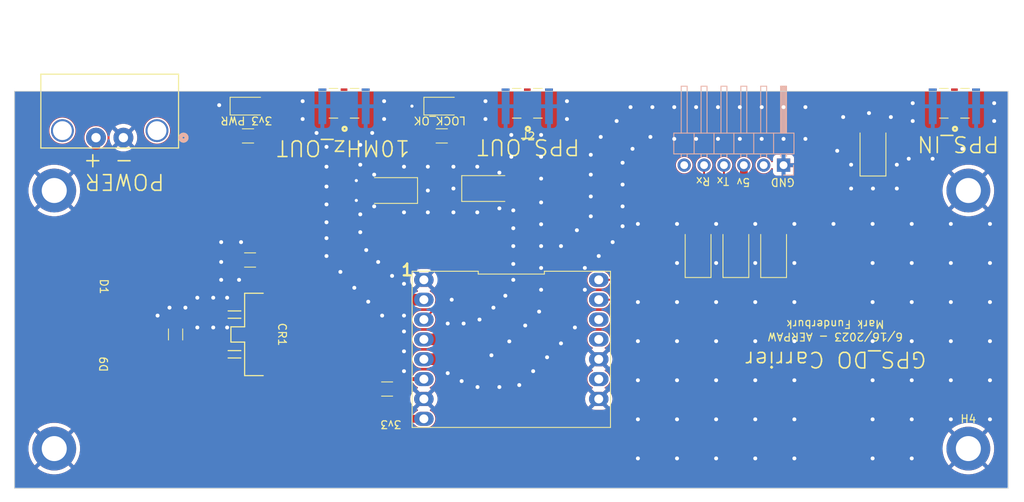
<source format=kicad_pcb>
(kicad_pcb (version 20221018) (generator pcbnew)
  (layers (0 "F.Cu" signal) (31 "B.Cu" signal) (34 "B.Paste" user) (35 "F.Paste" user) (36 "B.SilkS" user "B.Silkscreen") (37 "F.SilkS" user "F.Silkscreen") (38 "B.Mask" user) (39 "F.Mask" user) (44 "Edge.Cuts" user))
  (net 0 "")
  (net 1 "/Vin_Prot")
  (net 2 "GND")
  (net 3 "/3V3")
  (net 4 "/Vin")
  (net 5 "/PPS_IN")
  (net 6 "/PPS_OUT")
  (net 7 "/10MHz_OUT")
  (net 8 "/5V_IN")
  (net 9 "/TxD")
  (net 10 "/RxD")
  (net 11 "Net-(D8-A)")
  (net 14 "Net-(U1-5V_OUT)")
  (net 15 "Net-(D10-A)")
  (net 19 "Net-(U1-Lock_OK)")
  (footprint "MountingHole:MountingHole_3.2mm_M3_DIN965_Pad" (layer "F.Cu") (at 68.58 73.66)
    (fp_text reference "H3" hide)
    (fp_text value "MountingHole_Pad")
    (pad "1" thru_hole circle (at 0 0) (size 5.6 5.6) (drill 3.2) (layers "*.Cu" "*.Mask") (net 2 "GND"))
  )
  (footprint "MountingHole:MountingHole_3.2mm_M3_DIN965_Pad" (layer "F.Cu") (at 185.42 73.66)
    (fp_text reference "H4" (at 0 -3.8) (layer "F.SilkS"))
    (fp_text value "MountingHole_Pad")
    (pad "1" thru_hole circle (at 0 0) (size 5.6 5.6) (drill 3.2) (layers "*.Cu" "*.Mask") (net 2 "GND"))
  )
  (footprint "GPSDO:2x1_POWERDI-5_SBRT10U50SP5_DIO" (layer "F.Cu") (at 74.93 52.9209 -90)
    (fp_text reference "D1" (at 0 0 -90 unlocked) (layer "F.SilkS"))
    (fp_text value "D")
    (pad "1" smd rect (at 1.0541 0 270) (size 4.4958 3.048) (layers "F.Cu" "F.Paste" "F.Mask") (net 1 "/Vin_Prot"))
    (pad "2" smd rect (at -2.8321 -0.920001 270) (size 0.9398 0.9906) (layers "F.Cu" "F.Paste" "F.Mask") (net 4 "/Vin"))
    (pad "2" smd rect (at -2.8321 0.920001 270) (size 0.9398 0.9906) (layers "F.Cu" "F.Paste" "F.Mask") (net 4 "/Vin"))
  )
  (footprint "GPSDO:TAOGLAS_EMPCB.SMAFSTJ.B.HT" (layer "F.Cu") (at 129.045224 29.8585 180)
    (fp_text reference "J2" (at -0.13514 -3.84871) (layer "F.SilkS") (effects (font (size 1.000961 1.000961))))
    (fp_text value "Conn_Coaxial")
    (pad "1" smd rect (at 0 0 180) (size 0.85 4.56) (layers "F.Cu" "F.Paste" "F.Mask") (net 6 "/PPS_OUT"))
    (pad "2" smd rect (at -2.77 0 180) (size 1 4.56) (layers "F.Cu" "F.Paste" "F.Mask") (net 2 "GND"))
    (pad "2" smd rect (at -2.77 0 180) (size 1 4.56) (layers "B.Cu" "B.Paste" "B.Mask") (net 2 "GND"))
    (pad "2" smd rect (at 2.77 0 180) (size 1 4.56) (layers "F.Cu" "F.Paste" "F.Mask") (net 2 "GND"))
    (pad "2" smd rect (at 2.77 0 180) (size 1 4.56) (layers "B.Cu" "B.Paste" "B.Mask") (net 2 "GND"))
  )
  (footprint "Resistor_SMD:R_1206_3216Metric" (layer "F.Cu") (at 118.11 33.655)
    (fp_text reference "R3" hide)
    (fp_text value "1k")
    (pad "1" smd roundrect (at -1.4625 0) (size 1.125 1.75) (layers "F.Cu" "F.Paste" "F.Mask") (roundrect_rratio 0.2222222222) (net 19 "Net-(U1-Lock_OK)"))
    (pad "2" smd roundrect (at 1.4625 0) (size 1.125 1.75) (layers "F.Cu" "F.Paste" "F.Mask") (roundrect_rratio 0.2222222222) (net 15 "Net-(D10-A)"))
  )
  (footprint "GPSDO:D2PAK_STM" (layer "F.Cu") (at 97.7138 59.055 -90)
    (fp_text reference "CR1" (at 0 0 -90 unlocked) (layer "F.SilkS"))
    (fp_text value "LD1085D2T33R")
    (pad "1" smd rect (at -2.54 8.763 270) (size 0.9906 2.9972) (layers "F.Cu" "F.Paste" "F.Mask") (net 2 "GND"))
    (pad "2" smd rect (at 2.54 8.763 270) (size 0.9906 2.9972) (layers "F.Cu" "F.Paste" "F.Mask") (net 1 "/Vin_Prot"))
    (pad "3" smd rect (at 0 -2.2479 270) (size 10.3378 8.7122) (layers "F.Cu" "F.Paste" "F.Mask") (net 3 "/3V3"))
  )
  (footprint "Diode_SMD:D_SMA" (layer "F.Cu") (at 155.702 48.26 90)
    (fp_text reference "D6" hide)
    (fp_text value "D_TVS")
    (pad "1" smd roundrect (at -2 0 90) (size 2.5 1.8) (layers "F.Cu" "F.Paste" "F.Mask") (roundrect_rratio 0.1388888889) (net 2 "GND"))
    (pad "2" smd roundrect (at 2 0 90) (size 2.5 1.8) (layers "F.Cu" "F.Paste" "F.Mask") (roundrect_rratio 0.1388888889) (net 9 "/TxD"))
  )
  (footprint "Capacitor_SMD:C_1206_3216Metric" (layer "F.Cu") (at 111.125 66.04 180)
    (fp_text reference "C3" hide)
    (fp_text value "47uF")
    (pad "1" smd roundrect (at -1.475 0 180) (size 1.15 1.8) (layers "F.Cu" "F.Paste" "F.Mask") (roundrect_rratio 0.2173913043) (net 14 "Net-(U1-5V_OUT)"))
    (pad "2" smd roundrect (at 1.475 0 180) (size 1.15 1.8) (layers "F.Cu" "F.Paste" "F.Mask") (roundrect_rratio 0.2173913043) (net 2 "GND"))
  )
  (footprint "Diode_SMD:D_SMA" (layer "F.Cu") (at 173.228 35.274 90)
    (fp_text reference "D2" hide)
    (fp_text value "D_TVS")
    (pad "1" smd roundrect (at -2 0 90) (size 2.5 1.8) (layers "F.Cu" "F.Paste" "F.Mask") (roundrect_rratio 0.1388888889) (net 2 "GND"))
    (pad "2" smd roundrect (at 2 0 90) (size 2.5 1.8) (layers "F.Cu" "F.Paste" "F.Mask") (roundrect_rratio 0.1388888889) (net 5 "/PPS_IN"))
  )
  (footprint "GPSDO:2x1_POWERDI-5_SBRT10U50SP5_DIO" (layer "F.Cu") (at 74.93 62.865 90)
    (fp_text reference "D9" (at 0 0 90 unlocked) (layer "F.SilkS"))
    (fp_text value "D")
    (pad "1" smd rect (at 1.0541 0 90) (size 4.4958 3.048) (layers "F.Cu" "F.Paste" "F.Mask") (net 1 "/Vin_Prot"))
    (pad "2" smd rect (at -2.8321 -0.920001 90) (size 0.9398 0.9906) (layers "F.Cu" "F.Paste" "F.Mask") (net 8 "/5V_IN"))
    (pad "2" smd rect (at -2.8321 0.920001 90) (size 0.9398 0.9906) (layers "F.Cu" "F.Paste" "F.Mask") (net 8 "/5V_IN"))
  )
  (footprint "Diode_SMD:D_SMA" (layer "F.Cu") (at 160.528 48.26 90)
    (fp_text reference "D5" hide)
    (fp_text value "D_TVS")
    (pad "1" smd roundrect (at -2 0 90) (size 2.5 1.8) (layers "F.Cu" "F.Paste" "F.Mask") (roundrect_rratio 0.1388888889) (net 2 "GND"))
    (pad "2" smd roundrect (at 2 0 90) (size 2.5 1.8) (layers "F.Cu" "F.Paste" "F.Mask") (roundrect_rratio 0.1388888889) (net 8 "/5V_IN"))
  )
  (footprint "GPSDO:TAOGLAS_EMPCB.SMAFSTJ.B.HT" (layer "F.Cu") (at 105.618962 29.8585 180)
    (fp_text reference "J3" hide)
    (fp_text value "Conn_Coaxial")
    (pad "1" smd rect (at 0 0 180) (size 0.85 4.56) (layers "F.Cu" "F.Paste" "F.Mask") (net 7 "/10MHz_OUT"))
    (pad "2" smd rect (at -2.77 0 180) (size 1 4.56) (layers "F.Cu" "F.Paste" "F.Mask") (net 2 "GND"))
    (pad "2" smd rect (at -2.77 0 180) (size 1 4.56) (layers "B.Cu" "B.Paste" "B.Mask") (net 2 "GND"))
    (pad "2" smd rect (at 2.77 0 180) (size 1 4.56) (layers "F.Cu" "F.Paste" "F.Mask") (net 2 "GND"))
    (pad "2" smd rect (at 2.77 0 180) (size 1 4.56) (layers "B.Cu" "B.Paste" "B.Mask") (net 2 "GND"))
  )
  (footprint "Diode_SMD:D_SMA" (layer "F.Cu") (at 150.876 48.26 90)
    (fp_text reference "D7" hide)
    (fp_text value "D_TVS")
    (pad "1" smd roundrect (at -2 0 90) (size 2.5 1.8) (layers "F.Cu" "F.Paste" "F.Mask") (roundrect_rratio 0.1388888889) (net 2 "GND"))
    (pad "2" smd roundrect (at 2 0 90) (size 2.5 1.8) (layers "F.Cu" "F.Paste" "F.Mask") (roundrect_rratio 0.1388888889) (net 10 "/RxD"))
  )
  (footprint "LED_SMD:LED_1206_3216Metric" (layer "F.Cu") (at 93.345 29.845)
    (fp_text reference "D8" hide)
    (fp_text value "LED")
    (pad "1" smd roundrect (at -1.4 0) (size 1.25 1.75) (layers "F.Cu" "F.Paste" "F.Mask") (roundrect_rratio 0.2) (net 2 "GND"))
    (pad "2" smd roundrect (at 1.4 0) (size 1.25 1.75) (layers "F.Cu" "F.Paste" "F.Mask") (roundrect_rratio 0.2) (net 11 "Net-(D8-A)"))
  )
  (footprint "GPSDO:TAOGLAS_EMPCB.SMAFSTJ.B.HT" (layer "F.Cu") (at 183.63925 29.8585 180)
    (fp_text reference "J1" hide)
    (fp_text value "Conn_Coaxial")
    (pad "1" smd rect (at 0 0 180) (size 0.85 4.56) (layers "F.Cu" "F.Paste" "F.Mask") (net 5 "/PPS_IN"))
    (pad "2" smd rect (at -2.77 0 180) (size 1 4.56) (layers "F.Cu" "F.Paste" "F.Mask") (net 2 "GND"))
    (pad "2" smd rect (at -2.77 0 180) (size 1 4.56) (layers "B.Cu" "B.Paste" "B.Mask") (net 2 "GND"))
    (pad "2" smd rect (at 2.77 0 180) (size 1 4.56) (layers "F.Cu" "F.Paste" "F.Mask") (net 2 "GND"))
    (pad "2" smd rect (at 2.77 0 180) (size 1 4.56) (layers "B.Cu" "B.Paste" "B.Mask") (net 2 "GND"))
  )
  (footprint "GPSDO:CONN_1843790" (layer "F.Cu") (at 73.9166 33.8774 180)
    (fp_text reference "J5" hide)
    (fp_text value "Conn_01x02_Socket")
    (pad "" thru_hole circle (at -7.7952 0.9 180) (size 2.921 2.921) (drill 2.413) (layers "*.Cu" "*.Mask"))
    (pad "" thru_hole circle (at 4.2952 0.9 180) (size 2.921 2.921) (drill 2.413) (layers "*.Cu" "*.Mask"))
    (pad "1" thru_hole circle (at -3.500002 0 180) (size 2.54 2.54) (drill 1.1938) (layers "*.Cu" "*.Mask") (net 2 "GND"))
    (pad "2" thru_hole circle (at 0.000001 0 180) (size 2.54 2.54) (drill 1.1938) (layers "*.Cu" "*.Mask") (net 4 "/Vin"))
  )
  (footprint "Diode_SMD:D_SMA" (layer "F.Cu") (at 111.506 40.64 180)
    (fp_text reference "D4" hide)
    (fp_text value "D_TVS")
    (pad "1" smd roundrect (at -2 0 180) (size 2.5 1.8) (layers "F.Cu" "F.Paste" "F.Mask") (roundrect_rratio 0.1388888889) (net 2 "GND"))
    (pad "2" smd roundrect (at 2 0 180) (size 2.5 1.8) (layers "F.Cu" "F.Paste" "F.Mask") (roundrect_rratio 0.1388888889) (net 7 "/10MHz_OUT"))
  )
  (footprint "Diode_SMD:D_SMA" (layer "F.Cu") (at 124.174 40.386)
    (fp_text reference "D3" hide)
    (fp_text value "D_TVS")
    (pad "1" smd roundrect (at -2 0) (size 2.5 1.8) (layers "F.Cu" "F.Paste" "F.Mask") (roundrect_rratio 0.1388888889) (net 2 "GND"))
    (pad "2" smd roundrect (at 2 0) (size 2.5 1.8) (layers "F.Cu" "F.Paste" "F.Mask") (roundrect_rratio 0.1388888889) (net 6 "/PPS_OUT"))
  )
  (footprint "Resistor_SMD:R_1206_3216Metric" (layer "F.Cu") (at 93.345 33.655)
    (fp_text reference "R1" hide)
    (fp_text value "650")
    (pad "1" smd roundrect (at -1.4625 0) (size 1.125 1.75) (layers "F.Cu" "F.Paste" "F.Mask") (roundrect_rratio 0.2222222222) (net 3 "/3V3"))
    (pad "2" smd roundrect (at 1.4625 0) (size 1.125 1.75) (layers "F.Cu" "F.Paste" "F.Mask") (roundrect_rratio 0.2222222222) (net 11 "Net-(D8-A)"))
  )
  (footprint "MountingHole:MountingHole_3.2mm_M3_DIN965_Pad" (layer "F.Cu") (at 185.42 40.64)
    (fp_text reference "H2" hide)
    (fp_text value "MountingHole_Pad")
    (pad "1" thru_hole circle (at 0 0) (size 5.6 5.6) (drill 3.2) (layers "*.Cu" "*.Mask") (net 2 "GND"))
  )
  (footprint "Capacitor_SMD:C_1206_3216Metric" (layer "F.Cu") (at 84.0867 59.055 90)
    (fp_text reference "C1" hide)
    (fp_text value "10uF")
    (pad "1" smd roundrect (at -1.475 0 90) (size 1.15 1.8) (layers "F.Cu" "F.Paste" "F.Mask") (roundrect_rratio 0.2173913043) (net 1 "/Vin_Prot"))
    (pad "2" smd roundrect (at 1.475 0 90) (size 1.15 1.8) (layers "F.Cu" "F.Paste" "F.Mask") (roundrect_rratio 0.2173913043) (net 2 "GND"))
  )
  (footprint "MountingHole:MountingHole_3.2mm_M3_DIN965_Pad" (layer "F.Cu") (at 68.58 40.64)
    (fp_text reference "H1" hide)
    (fp_text value "MountingHole_Pad")
    (pad "1" thru_hole circle (at 0 0) (size 5.6 5.6) (drill 3.2) (layers "*.Cu" "*.Mask") (net 2 "GND"))
  )
  (footprint "GPSDO:15 Pin GPSDO" (layer "F.Cu") (at 127 60.96)
    (fp_text reference "U1" hide)
    (fp_text value "~" hide)
    (pad "1" thru_hole oval (at -11.176 -8.89 270) (size 1.8 2.5) (drill 1.14) (layers "*.Cu" "*.Mask") (net 2 "GND"))
    (pad "2" thru_hole oval (at -11.176 -6.35 270) (size 1.8 2.5) (drill 1.14) (layers "*.Cu" "*.Mask") (net 7 "/10MHz_OUT"))
    (pad "3" thru_hole oval (at -11.176 -3.81 270) (size 1.8 2.5) (drill 1.14) (layers "*.Cu" "*.Mask") (net 19 "Net-(U1-Lock_OK)"))
    (pad "4" thru_hole oval (at -11.176 -1.27 270) (size 1.8 2.5) (drill 1.14) (layers "*.Cu" "*.Mask") (net 6 "/PPS_OUT"))
    (pad "5" thru_hole oval (at -11.176 1.27 270) (size 1.8 2.5) (drill 1.14) (layers "*.Cu" "*.Mask") (net 5 "/PPS_IN"))
    (pad "6" thru_hole oval (at -11.176 3.81 270) (size 1.8 2.5) (drill 1.14) (layers "*.Cu" "*.Mask") (net 14 "Net-(U1-5V_OUT)"))
    (pad "7" thru_hole oval (at -11.176 6.35 270) (size 1.8 2.5) (drill 1.14) (layers "*.Cu" "*.Mask") (net 2 "GND"))
    (pad "8" thru_hole oval (at -11.176 8.89 270) (size 1.8 2.5) (drill 1.14) (layers "*.Cu" "*.Mask") (net 3 "/3V3"))
    (pad "9" thru_hole oval (at 11.176 6.35 270) (size 1.8 2.5) (drill 1.14) (layers "*.Cu" "*.Mask") (net 2 "GND"))
    (pad "10" thru_hole oval (at 11.176 3.81 270) (size 1.8 2.5) (drill 1.14) (layers "*.Cu" "*.Mask"))
    (pad "11" thru_hole oval (at 11.176 1.27 270) (size 1.8 2.5) (drill 1.14) (layers "*.Cu" "*.Mask") (net 2 "GND"))
    (pad "12" thru_hole oval (at 11.176 -1.27 270) (size 1.8 2.5) (drill 1.14) (layers "*.Cu" "*.Mask"))
    (pad "13" thru_hole oval (at 11.176 -3.81 270) (size 1.8 2.5) (drill 1.14) (layers "*.Cu" "*.Mask"))
    (pad "14" thru_hole oval (at 11.176 -6.35 270) (size 1.8 2.5) (drill 1.14) (layers "*.Cu" "*.Mask") (net 9 "/TxD"))
    (pad "15" thru_hole oval (at 11.176 -8.89 270) (size 1.8 2.5) (drill 1.14) (layers "*.Cu" "*.Mask") (net 10 "/RxD"))
  )
  (footprint "Capacitor_SMD:C_1206_3216Metric" (layer "F.Cu") (at 93.6117 49.53 180)
    (fp_text reference "C2" hide)
    (fp_text value "10uF")
    (pad "1" smd roundrect (at -1.475 0 180) (size 1.15 1.8) (layers "F.Cu" "F.Paste" "F.Mask") (roundrect_rratio 0.2173913043) (net 3 "/3V3"))
    (pad "2" smd roundrect (at 1.475 0 180) (size 1.15 1.8) (layers "F.Cu" "F.Paste" "F.Mask") (roundrect_rratio 0.2173913043) (net 2 "GND"))
  )
  (footprint "LED_SMD:LED_1206_3216Metric" (layer "F.Cu") (at 118.11 29.845)
    (fp_text reference "D10" hide)
    (fp_text value "LED")
    (pad "1" smd roundrect (at -1.4 0) (size 1.25 1.75) (layers "F.Cu" "F.Paste" "F.Mask") (roundrect_rratio 0.2) (net 2 "GND"))
    (pad "2" smd roundrect (at 1.4 0) (size 1.25 1.75) (layers "F.Cu" "F.Paste" "F.Mask") (roundrect_rratio 0.2) (net 15 "Net-(D10-A)"))
  )
  (footprint "Connector_PinHeader_2.54mm:PinHeader_1x06_P2.54mm_Horizontal" (layer "B.Cu") (at 161.798 37.395 90)
    (fp_text reference "J4" hide)
    (fp_text value "FTDI Cable")
    (pad "1" thru_hole rect (at 0 0 90) (size 1.7 1.7) (drill 1) (layers "*.Cu" "*.Mask") (net 2 "GND"))
    (pad "2" thru_hole oval (at 0 -2.54 90) (size 1.7 1.7) (drill 1) (layers "*.Cu" "*.Mask"))
    (pad "3" thru_hole oval (at 0 -5.08 90) (size 1.7 1.7) (drill 1) (layers "*.Cu" "*.Mask") (net 8 "/5V_IN"))
    (pad "4" thru_hole oval (at 0 -7.62 90) (size 1.7 1.7) (drill 1) (layers "*.Cu" "*.Mask") (net 9 "/TxD"))
    (pad "5" thru_hole oval (at 0 -10.16 90) (size 1.7 1.7) (drill 1) (layers "*.Cu" "*.Mask") (net 10 "/RxD"))
    (pad "6" thru_hole oval (at 0 -12.7 90) (size 1.7 1.7) (drill 1) (layers "*.Cu" "*.Mask"))
  )
  (gr_line (start 190.5 27.94) (end 190.5 78.74) (stroke (width 0.1)) (layer "Edge.Cuts"))
  (gr_line (start 190.5 27.94) (end 63.5 27.94) (stroke (width 0.1)) (layer "Edge.Cuts"))
  (gr_line (start 63.5 78.74) (end 63.5 27.94) (stroke (width 0.1)) (layer "Edge.Cuts"))
  (gr_line (start 190.5 78.74) (end 63.5 78.74) (stroke (width 0.1)) (layer "Edge.Cuts"))
  (gr_text "Tx" (at 154.94 38.862 180) (layer "F.SilkS") (effects (font (size 1 1)) (justify left bottom)))
  (gr_text "GPS_DO Carrier" (at 180.213 61.087 180) (layer "F.SilkS") (effects (font (size 2 2) (thickness 0.2)) (justify left bottom)))
  (gr_text "3v3 PWR" (at 96.52 31.115 180) (layer "F.SilkS") (effects (font (size 1 1)) (justify left bottom)))
  (gr_text "5v" (at 157.607 38.989 180) (layer "F.SilkS") (effects (font (size 1 1)) (justify left bottom)))
  (gr_text "+ -" (at 72.136 37.846) (layer "F.SilkS") (effects (font (size 2 2) (thickness 0.2)) (justify left bottom)))
  (gr_text "LOCK_OK" (at 121.285 31.115 180) (layer "F.SilkS") (effects (font (size 1 1)) (justify left bottom)))
  (gr_text "PPS_OUT" (at 135.89 33.909 180) (layer "F.SilkS") (effects (font (size 2 2) (thickness 0.2)) (justify left bottom)))
  (gr_text "10MHz_OUT" (at 114.173 34.036 180) (layer "F.SilkS") (effects (font (size 2 2) (thickness 0.2)) (justify left bottom)))
  (gr_text "PPS_IN" (at 189.484 33.528 180) (layer "F.SilkS") (effects (font (size 2 2) (thickness 0.2)) (justify left bottom)))
  (gr_text "GND" (at 163.322 38.989 180) (layer "F.SilkS") (effects (font (size 1 1)) (justify left bottom)))
  (gr_text "1" (at 112.776 51.689) (layer "F.SilkS") (effects (font (size 1.5 1.5) (thickness 0.3) bold) (justify left bottom)))
  (gr_text "3v3" (at 113.03 69.977 180) (layer "F.SilkS") (effects (font (size 1 1)) (justify left bottom)))
  (gr_text "Rx" (at 152.527 38.862 180) (layer "F.SilkS") (effects (font (size 1 1)) (justify left bottom)))
  (gr_text "POWER" (at 82.804 38.354 180) (layer "F.SilkS") (effects (font (size 2 2) (thickness 0.2)) (justify left bottom)))
  (gr_text "6/16/2023 - AERPAW\nMark Funderburk" (at 168.402 57.15 180) (layer "F.SilkS") (effects (font (size 1 1)) (justify bottom)))
  (segment (start 76.2109 60.53) (end 74.93 61.8109) (width 1) (layer "F.Cu") (net 1))
  (segment (start 89.662 29.718) (end 91.818 29.718) (width 0.25) (layer "F.Cu") (net 2))
  (segment (start 91.818 29.718) (end 91.945 29.845) (width 0.25) (layer "F.Cu") (net 2))
  (segment (start 116.71 29.845) (end 114.3 29.845) (width 0.25) (layer "F.Cu") (net 2))
  (via (at 102.108 33.274) (size 1) (drill 0.5) (layers "F.Cu" "B.Cu") (net 2))
  (via (at 107.696 37.338) (size 1) (drill 0.5) (layers "F.Cu" "B.Cu") (net 2))
  (via (at 173.181 69.916) (size 1) (drill 0.5) (layers "F.Cu" "B.Cu") (net 2))
  (via (at 158.181 49.916) (size 1) (drill 0.5) (layers "F.Cu" "B.Cu") (net 2))
  (via (at 159.004 34.036) (size 1) (drill 0.5) (layers "F.Cu" "B.Cu") (net 2))
  (via (at 119.602 40.386) (size 1) (drill 0.5) (layers "F.Cu" "B.Cu") (net 2))
  (via (at 100.33 31.496) (size 1) (drill 0.5) (layers "F.Cu" "B.Cu") (net 2))
  (via (at 127.254 45.466) (size 1) (drill 0.5) (layers "F.Cu" "B.Cu") (net 2))
  (via (at 130.81 42.164) (size 1) (drill 0.5) (layers "F.Cu" "B.Cu") (net 2))
  (via (at 170.434 37.338) (size 1) (drill 0.5) (layers "F.Cu" "B.Cu") (net 2))
  (via (at 137.16 38.608) (size 1) (drill 0.5) (layers "F.Cu" "B.Cu") (net 2))
  (via (at 90.678 58.166) (size 1) (drill 0.5) (layers "F.Cu" "B.Cu") (net 2))
  (via (at 173.181 44.916) (size 1) (drill 0.5) (layers "F.Cu" "B.Cu") (net 2))
  (via (at 188.181 44.916) (size 1) (drill 0.5) (layers "F.Cu" "B.Cu") (net 2))
  (via (at 178.308 31.75) (size 1) (drill 0.5) (layers "F.Cu" "B.Cu") (net 2))
  (via (at 81.788 56.642) (size 1) (drill 0.5) (layers "F.Cu" "B.Cu") (net 2))
  (via (at 178.181 44.916) (size 1) (drill 0.5) (layers "F.Cu" "B.Cu") (net 2))
  (via (at 136.398 50.546) (size 1) (drill 0.5) (layers "F.Cu" "B.Cu") (net 2))
  (via (at 161.798 34.036) (size 1) (drill 0.5) (layers "F.Cu" "B.Cu") (net 2))
  (via (at 88.9 58.166) (size 1) (drill 0.5) (layers "F.Cu" "B.Cu") (net 2))
  (via (at 163.181 49.916) (size 1) (drill 0.5) (layers "F.Cu" "B.Cu") (net 2))
  (via (at 127 36.322) (size 1) (drill 0.5) (layers "F.Cu" "B.Cu") (net 2))
  (via (at 89.916 49.784) (size 1) (drill 0.5) (layers "F.Cu" "B.Cu") (net 2))
  (via (at 108.712 54.864) (size 1) (drill 0.5) (layers "F.Cu" "B.Cu") (net 2))
  (via (at 147.828 34.036) (size 1) (drill 0.5) (layers "F.Cu" "B.Cu") (net 2))
  (via (at 173.228 40.386) (size 1) (drill 0.5) (layers "F.Cu" "B.Cu") (net 2))
  (via (at 141.224 37.084) (size 1) (drill 0.5) (layers "F.Cu" "B.Cu") (net 2))
  (via (at 131.572 61.976) (size 1) (drill 0.5) (layers "F.Cu" "B.Cu") (net 2))
  (via (at 176.276 37.338) (size 1) (drill 0.5) (layers "F.Cu" "B.Cu") (net 2))
  (via (at 175.514 31.242) (size 1) (drill 0.5) (layers "F.Cu" "B.Cu") (net 2))
  (via (at 113.284 63.754) (size 1) (drill 0.5) (layers "F.Cu" "B.Cu") (net 2))
  (via (at 153.181 59.916) (size 1) (drill 0.5) (layers "F.Cu" "B.Cu") (net 2))
  (via (at 148.181 44.916) (size 1) (drill 0.5) (layers "F.Cu" "B.Cu") (net 2))
  (via (at 118.872 64.008) (size 1) (drill 0.5) (layers "F.Cu" "B.Cu") (net 2))
  (via (at 111.76 51.562) (size 1) (drill 0.5) (layers "F.Cu" "B.Cu") (net 2))
  (via (at 119.38 54.61) (size 1) (drill 0.5) (layers "F.Cu" "B.Cu") (net 2))
  (via (at 158.181 64.916) (size 1) (drill 0.5) (layers "F.Cu" "B.Cu") (net 2))
  (via (at 103.378 42.418) (size 1) (drill 0.5) (layers "F.Cu" "B.Cu") (net 2))
  (via (at 137.16 36.068) (size 1) (drill 0.5) (layers "F.Cu" "B.Cu") (net 2))
  (via (at 114.3 29.845) (size 0.8) (drill 0.4) (layers "F.Cu" "B.Cu") (net 2))
  (via (at 163.181 69.916) (size 1) (drill 0.5) (layers "F.Cu" "B.Cu") (net 2))
  (via (at 130.81 50.546) (size 1) (drill 0.5) (layers "F.Cu" "B.Cu") (net 2))
  (via (at 188.722 29.464) (size 1) (drill 0.5) (layers "F.Cu" "B.Cu") (net 2))
  (via (at 109.474 38.608) (size 1) (drill 0.5) (layers "F.Cu" "B.Cu") (net 2))
  (via (at 127 33.528) (size 1) (drill 0.5) (layers "F.Cu" "B.Cu") (net 2))
  (via (at 153.181 74.916) (size 1) (drill 0.5) (layers "F.Cu" "B.Cu") (net 2))
  (via (at 183.181 69.916) (size 1) (drill 0.5) (layers "F.Cu" "B.Cu") (net 2))
  (via (at 85.344 55.626) (size 1) (drill 0.5) (layers "F.Cu" "B.Cu") (net 2))
  (via (at 89.916 52.07) (size 1) (drill 0.5) (layers "F.Cu" "B.Cu") (net 2))
  (via (at 130.81 47.752) (size 1) (drill 0.5) (layers "F.Cu" "B.Cu") (net 2))
  (via (at 143.181 74.916) (size 1) (drill 0.5) (layers "F.Cu" "B.Cu") (net 2))
  (via (at 178.181 54.916) (size 1) (drill 0.5) (layers "F.Cu" "B.Cu") (net 2))
  (via (at 173.181 49.916) (size 1) (drill 0.5) (layers "F.Cu" "B.Cu") (net 2))
  (via (at 103.378 35.052) (size 1) (drill 0.5) (layers "F.Cu" "B.Cu") (net 2))
  (via (at 107.188 39.37) (size 0.8) (drill 0.4) (layers "F.Cu" "B.Cu") (net 2))
  (via (at 109.474 42.672) (size 1) (drill 0.5) (layers "F.Cu" "B.Cu") (net 2))
  (via (at 109.22 33.274) (size 1) (drill 0.5) (layers "F.Cu" "B.Cu") (net 2))
  (via (at 156.21 34.036) (size 1) (drill 0.5) (layers "F.Cu" "B.Cu") (net 2))
  (via (at 158.181 59.916) (size 1) (drill 0.5) (layers "F.Cu" "B.Cu") (net 2))
  (via (at 107.696 43.688) (size 1) (drill 0.5) (layers "F.Cu" "B.Cu") (net 2))
  (via (at 127.254 52.07) (size 1) (drill 0.5) (layers "F.Cu" "B.Cu") (net 2))
  (via (at 134.112 29.21) (size 1) (drill 0.5) (layers "F.Cu" "B.Cu") (net 2))
  (via (at 143.181 54.916) (size 1) (drill 0.5) (layers "F.Cu" "B.Cu") (net 2))
  (via (at 113.284 37.592) (size 1) (drill 0.5) (layers "F.Cu" "B.Cu") (net 2))
  (via (at 109.982 49.784) (size 1) (drill 0.5) (layers "F.Cu" "B.Cu") (net 2))
  (via (at 143.181 64.916) (size 1) (drill 0.5) (layers "F.Cu" "B.Cu") (net 2))
  (via (at 125.476 42.926) (size 1) (drill 0.5) (layers "F.Cu" "B.Cu") (net 2))
  (via (at 153.181 64.916) (size 1) (drill 0.5) (layers "F.Cu" "B.Cu") (net 2))
  (via (at 116.332 43.434) (size 1) (drill 0.5) (layers "F.Cu" "B.Cu") (net 2))
  (via (at 153.181 69.916) (size 1) (drill 0.5) (layers "F.Cu" "B.Cu") (net 2))
  (via (at 148.181 59.916) (size 1) (drill 0.5) (layers "F.Cu" "B.Cu") (net 2))
  (via (at 137.16 41.402) (size 1) (drill 0.5) (layers "F.Cu" "B.Cu") (net 2))
  (via (at 147.828 29.972) (size 1) (drill 0.5) (layers "F.Cu" "B.Cu") (net 2))
  (via (at 113.284 61.214) (size 1) (drill 0.5) (layers "F.Cu" "B.Cu") (net 2))
  (via (at 103.378 44.704) (size 1) (drill 0.5) (layers "F.Cu" "B.Cu") (net 2))
  (via (at 183.181 54.916) (size 1) (drill 0.5) (layers "F.Cu" "B.Cu") (net 2))
  (via (at 118.872 57.658) (size 1) (drill 0.5) (layers "F.Cu" "B.Cu") (net 2))
  (via (at 129.794 63.754) (size 1) (drill 0.5) (layers "F.Cu" "B.Cu") (net 2))
  (via (at 184.658 35.306) (size 1) (drill 0.5) (layers "F.Cu" "B.Cu") (net 2))
  (via (at 163.181 59.916) (size 1) (drill 0.5) (layers "F.Cu" "B.Cu") (net 2))
  (via (at 107.696 34.798) (size 1) (drill 0.5) (layers "F.Cu" "B.Cu") (net 2))
  (via (at 177.8 36.576) (size 1) (drill 0.5) (layers "F.Cu" "B.Cu") (net 2))
  (via (at 124.714 55.626) (size 1) (drill 0.5) (layers "F.Cu" "B.Cu") (net 2))
  (via (at 123.698 29.21) (size 1) (drill 0.5) (layers "F.Cu" "B.Cu") (net 2))
  (via (at 158.181 69.916) (size 1) (drill 0.5) (layers "F.Cu" "B.Cu") (net 2))
  (via (at 119.602 43.434) (size 1) (drill 0.5) (layers "F.Cu" "B.Cu") (net 2))
  (via (at 141.224 42.672) (size 1) (drill 0.5) (layers "F.Cu" "B.Cu") (net 2))
  (via (at 188.181 54.916) (size 1) (drill 0.5) (layers "F.Cu" "B.Cu") (net 2))
  (via (at 106.934 53.086) (size 1) (drill 0.5) (layers "F.Cu" "B.Cu") (net 2))
  (via (at 144.78 33.782) (size 1) (drill 0.5) (layers "F.Cu" "B.Cu") (net 2))
  (via (at 127.254 43.18) (size 1) (drill 0.5) (layers "F.Cu" "B.Cu") (net 2))
  (via (at 122.936 57.15) (size 1) (drill 0.5) (layers "F.Cu" "B.Cu") (net 2))
  (via (at 138.43 33.782) (size 1) (drill 0.5) (layers "F.Cu" "B.Cu") (net 2))
  (via (at 173.181 64.916) (size 1) (drill 0.5) (layers "F.Cu" "B.Cu") (net 2))
  (via (at 130.81 53.34) (size 1) (drill 0.5) (layers "F.Cu" "B.Cu") (net 2))
  (via (at 103.378 46.736) (size 1) (drill 0.5) (layers "F.Cu" "B.Cu") (net 2))
  (via (at 163.181 44.916) (size 1) (drill 0.5) (layers "F.Cu" "B.Cu") (net 2))
  (via (at 86.868 58.166) (size 1) (drill 0.5) (layers "F.Cu" "B.Cu") (net 2))
  (via (at 153.181 49.916) (size 1) (drill 0.5) (layers "F.Cu" "B.Cu") (net 2))
  (via (at 130.81 36.322) (size 1) (drill 0.5) (layers "F.Cu" "B.Cu") (net 2))
  (via (at 107.696 45.974) (size 1) (drill 0.5) (layers "F.Cu" "B.Cu") (net 2))
  (via (at 153.181 54.916) (size 1) (drill 0.5) (layers "F.Cu" "B.Cu") (net 2))
  (via (at 143.181 69.916) (size 1) (drill 0.5) (layers "F.Cu" "B.Cu") (net 2))
  (via (at 116.332 40.64) (size 1) (drill 0.5) (layers "F.Cu" "B.Cu") (net 2))
  (via (at 153.416 29.972) (size 1) (drill 0.5) (layers "F.Cu" "B.Cu") (net 2))
  (via (at 158.181 44.916) (size 1) (drill 0.5) (layers "F.Cu" "B.Cu") (net 2))
  (via (at 164.592 29.972) (size 1) (drill 0.5) (layers "F.Cu" "B.Cu") (net 2))
  (via (at 188.181 69.916) (size 1) (drill 0.5) (layers "F.Cu" "B.Cu") (net 2))
  (via (at 153.181 44.916) (size 1) (drill 0.5) (layers "F.Cu" "B.Cu") (net 2))
  (via (at 100.33 29.21) (size 1) (drill 0.5) (layers "F.Cu" "B.Cu") (net 2))
  (via (at 90.678 54.356) (size 1) (drill 0.5) (layers "F.Cu" "B.Cu") (net 2))
  (via (at 113.284 56.642) (size 1) (drill 0.5) (layers "F.Cu" "B.Cu") (net 2))
  (via (at 188.181 49.916) (size 1) (drill 0.5) (layers "F.Cu" "B.Cu") (net 2))
  (via (at 125.476 65.786) (size 1) (drill 0.5) (layers "F.Cu" "B.Cu") (net 2))
  (via (at 148.181 69.916) (size 1) (drill 0.5) (layers "F.Cu" "B.Cu") (net 2))
  (via (at 120.65 65.024) (size 1) (drill 0.5) (layers "F.Cu" "B.Cu") (net 2))
  (via (at 135.128 58.166) (size 1) (drill 0.5) (layers "F.Cu" "B.Cu") (net 2))
  (via (at 178.308 29.464) (size 1) (drill 0.5) (layers "F.Cu" "B.Cu") (net 2))
  (via (at 148.181 49.916) (size 1) (drill 0.5) (layers "F.Cu" "B.Cu") (net 2))
  (via (at 116.332 37.592) (size 1) (drill 0.5) (layers "F.Cu" "B.Cu") (net 2))
  (via (at 127.254 47.752) (size 1) (drill 0.5) (layers "F.Cu" "B.Cu") (net 2))
  (via (at 183.181 64.916) (size 1) (drill 0.5) (layers "F.Cu" "B.Cu") (net 2))
  (via (at 168.656 35.56) (size 1) (drill 0.5) (layers "F.Cu" "B.Cu") (net 2))
  (via (at 127.254 50.038) (size 1) (drill 0.5) (layers "F.Cu" "B.Cu") (net 2))
  (via (at 145.034 29.972) (size 1) (drill 0.5) (layers "F.Cu" "B.Cu") (net 2))
  (via (at 163.181 64.916) (size 1) (drill 0.5) (layers "F.Cu" "B.Cu") (net 2))
  (via (at 188.181 59.916) (size 1) (drill 0.5) (layers "F.Cu" "B.Cu") (net 2))
  (via (at 139.954 47.244) (size 1) (drill 0.5) (layers "F.Cu" "B.Cu") (net 2))
  (via (at 122.682 65.786) (size 1) (drill 0.5) (layers "F.Cu" "B.Cu") (net 2))
  (via (at 130.81 33.528) (size 1) (drill 0.5) (layers "F.Cu" "B.Cu") (net 2))
  (via (at 141.224 39.878) (size 1) (drill 0.5) (layers "F.Cu" "B.Cu") (net 2))
  (via (at 176.276 40.386) (size 1) (drill 0.5) (layers "F.Cu" "B.Cu") (net 2))
  (via (at 188.181 64.916) (size 1) (drill 0.5) (layers "F.Cu" "B.Cu") (net 2))
  (via (at 125.476 38.354) (size 1) (drill 0.5) (layers "F.Cu" "B.Cu") (net 2))
  (via (at 113.284 43.434) (size 1) (drill 0.5) (layers "F.Cu" "B.Cu") (net 2))
  (via (at 110.49 56.642) (size 1) (drill 0.5) (layers "F.Cu" "B.Cu") (net 2))
  (via (at 92.202 52.07) (size 1) (drill 0.5) (layers "F.Cu" "B.Cu") (net 2))
  (via (at 108.458 48.26) (size 1) (drill 0.5) (layers "F.Cu" "B.Cu") (net 2))
  (via (at 161.798 29.972) (size 1) (drill 0.5) (layers "F.Cu" "B.Cu") (net 2))
  (via (at 168.181 44.916) (size 1) (drill 0.5) (layers "F.Cu" "B.Cu") (net 2))
  (via (at 88.9 54.356) (size 1) (drill 0.5) (layers "F.Cu" "B.Cu") (net 2))
  (via (at 103.378 37.592) (size 1) (drill 0.5) (layers "F.Cu" "B.Cu") (net 2))
  (via (at 140.462 31.75) (size 1) (drill 0.5) (layers "F.Cu" "B.Cu") (net 2))
  (via (at 137.16 43.942) (size 1) (drill 0.5) (layers "F.Cu" "B.Cu") (net 2))
  (via (at 134.112 31.496) (size 1) (drill 0.5) (layers "F.Cu" "B.Cu") (net 2))
  (via (at 180.848 36.576) (size 1) (drill 0.5) (layers "F.Cu" "B.Cu") (net 2))
  (via (at 128.778 57.912) (size 1) (drill 0.5) (layers "F.Cu" "B.Cu") (net 2))
  (via (at 156.21 29.972) (size 1) (drill 0.5) (layers "F.Cu" "B.Cu") (net 2))
  (via (at 105.156 51.054) (size 1) (drill 0.5) (layers "F.Cu" "B.Cu") (net 2))
  (via (at 164.592 34.036) (size 1) (drill 0.5) (layers "F.Cu" "B.Cu") (net 2))
  (via (at 122.65 37.592) (size 1) (drill 0.5) (layers "F.Cu" "B.Cu") (net 2))
  (via (at 110.744 31.496) (size 1) (drill 0.5) (layers "F.Cu" "B.Cu") (net 2))
  (via (at 103.378 49.022) (size 1) (drill 0.5) (layers "F.Cu" "B.Cu") (net 2))
  (via (at 150.622 34.036) (size 1) (drill 0.5) (layers "F.Cu" "B.Cu") (net 2))
  (via (at 110.744 29.21) (size 1) (drill 0.5) (layers "F.Cu" "B.Cu") (net 2))
  (via (at 103.378 40.132) (size 1) (drill 0.5) (layers "F.Cu" "B.Cu") (net 2))
  (via (at 130.81 39.116) (size 1) (drill 0.5) (layers "F.Cu" "B.Cu") (net 2))
  (via (at 170.434 40.386) (size 1) (drill 0.5) (layers "F.Cu" "B.Cu") (net 2))
  (via (at 178.181 74.916) (size 1) (drill 0.5) (layers "F.Cu" "B.Cu") (net 2))
  (via (at 188.722 31.75) (size 1) (drill 0.5) (layers "F.Cu" "B.Cu") (net 2))
  (via (at 119.602 37.592) (size 1) (drill 0.5) (layers "F.Cu" "B.Cu") (net 2))
  (via (at 178.181 49.916) (size 1) (drill 0.5) (layers "F.Cu" "B.Cu") (net 2))
  (via (at 92.456 47.244) (size 1) (drill 0.5) (layers "F.Cu" "B.Cu") (net 2))
  (via (at 178.181 69.916) (size 1) (drill 0.5) (layers "F.Cu" "B.Cu") (net 2))
  (via (at 143.181 44.916) (size 1) (drill 0.5) (layers "F.Cu" "B.Cu") (net 2))
  (via (at 148.181 54.916) (size 1) (drill 0.5) (layers "F.Cu" "B.Cu") (net 2))
  (via (at 169.418 31.242) (size 1) (drill 0.5) (layers "F.Cu" "B.Cu") (net 2))
  (via (at 113.284 52.578) (size 1) (drill 0.5) (layers "F.Cu" "B.Cu") (net 2))
  (via (at 126.746 59.944) (size 1) (drill 0.5) (layers "F.Cu" "B.Cu") (net 2))
  (via (at 86.868 54.356) (size 1) (drill 0.5) (layers "F.Cu" "B.Cu") (net 2))
  (via (at 122.65 43.434) (size 1) (drill 0.5) (layers "F.Cu" "B.Cu") (net 2))
  (via (at 148.181 64.916) (size 1) (drill 0.5) (layers "F.Cu" "B.Cu") (net 2))
  (via (at 153.416 34.036) (size 1) (drill 0.5) (layers "F.Cu" "B.Cu") (net 2))
  (via (at 183.181 44.916) (size 1) (drill 0.5) (layers "F.Cu" "B.Cu") (net 2))
  (via (at 142.24 29.972) (size 1) (drill 0.5) (layers "F.Cu" "B.Cu") (net 2))
  (via (at 89.916 47.244) (size 1) (drill 0.5) (layers "F.Cu" "B.Cu") (net 2))
  (via (at 138.176 49.022) (size 1) (drill 0.5) (layers "F.Cu" "B.Cu") (net 2))
  (via (at 172.72 30.734) (size 1) (drill 0.5) (layers "F.Cu" "B.Cu") (net 2))
  (via (at 163.181 54.916) (size 1) (drill 0.5) (layers "F.Cu" "B.Cu") (net 2))
  (via (at 158.181 54.916) (size 1) (drill 0.5) (layers "F.Cu" "B.Cu") (net 2))
  (via (at 120.904 57.658) (size 1) (drill 0.5) (layers "F.Cu" "B.Cu") (net 2))
  (via (at 158.181 74.916) (size 1) (drill 0.5) (layers "F.Cu" "B.Cu") (net 2))
  (via (at 130.556 56.134) (size 1) (drill 0.5) (layers "F.Cu" "B.Cu") (net 2))
  (via (at 126.238 54.102) (size 1) (drill 0.5) (layers "F.Cu" "B.Cu") (net 2))
  (via (at 133.35 47.752) (size 1) (drill 0.5) (layers "F.Cu" "B.Cu") (net 2))
  (via (at 124.46 61.722) (size 1) (drill 0.5) (layers "F.Cu" "B.Cu") (net 2))
  (via (at 123.698 31.496) (size 1) (drill 0.5) (layers "F.Cu" "B.Cu") (net 2))
  (via (at 130.81 44.958) (size 1) (drill 0.5) (layers "F.Cu" "B.Cu") (net 2))
  (via (at 142.494 35.306) (size 1) (drill 0.5) (layers "F.Cu" "B.Cu") (net 2))
  (via (at 113.284 58.674) (size 1) (drill 0.5) (layers "F.Cu" "B.Cu") (net 2))
  (via (at 128.016 65.532) (size 1) (drill 0.5) (layers "F.Cu" "B.Cu") (net 2))
  (via (at 159.004 29.972) (size 1) (drill 0.5) (layers "F.Cu" "B.Cu") (net 2))
  (via (at 150.622 29.972) (size 1) (drill 0.5) (layers "F.Cu" "B.Cu") (net 2))
  (via (at 89.662 29.718) (size 1) (drill 0.5) (layers "F.Cu" "B.Cu") (net 2))
  (via (at 183.181 49.916) (size 1) (drill 0.5) (layers "F.Cu" "B.Cu") (net 2))
  (via (at 173.181 54.916) (size 1) (drill 0.5) (layers "F.Cu" "B.Cu") (net 2))
  (via (at 178.181 59.916) (size 1) (drill 0.5) (layers "F.Cu" "B.Cu") (net 2))
  (via (at 183.181 59.916) (size 1) (drill 0.5) (layers "F.Cu" "B.Cu") (net 2))
  (via (at 178.181 64.916) (size 1) (drill 0.5) (layers "F.Cu" "B.Cu") (net 2))
  (via (at 133.35 60.198) (size 1) (drill 0.5) (layers "F.Cu" "B.Cu") (net 2))
  (via (at 141.224 45.212) (size 1) (drill 0.5) (layers "F.Cu" "B.Cu") (net 2))
  (via (at 136.398 53.34) (size 1) (drill 0.5) (layers "F.Cu" "B.Cu") (net 2))
  (via (at 83.312 55.626) (size 1) (drill 0.5) (layers "F.Cu" "B.Cu") (net 2))
  (via (at 148.181 74.916) (size 1) (drill 0.5) (layers "F.Cu" "B.Cu") (net 2))
  (via (at 173.181 59.916) (size 1) (drill 0.5) (layers "F.Cu" "B.Cu") (net 2))
  (via (at 143.181 59.916) (size 1) (drill 0.5) (layers "F.Cu" "B.Cu") (net 2))
  (via (at 163.181 74.916) (size 1) (drill 0.5) (layers "F.Cu" "B.Cu") (net 2))
  (via (at 135.382 45.72) (size 1) (drill 0.5) (layers "F.Cu" "B.Cu") (net 2))
  (via (at 107.188 41.91) (size 0.8) (drill 0.4) (layers "F.Cu" "B.Cu") (net 2))
  (via (at 173.181 74.916) (size 1) (drill 0.5) (layers "F.Cu" "B.Cu") (net 2))
  (segment (start 99.9617 59.055) (end 99.9617 66.9417) (width 1) (layer "F.Cu") (net 3))
  (segment (start 91.8825 33.655) (end 91.8825 34.9865) (width 0.25) (layer "F.Cu") (net 3))
  (segment (start 102.87 69.85) (end 115.824 69.85) (width 1) (layer "F.Cu") (net 3))
  (segment (start 91.8825 34.9865) (end 94.996 38.1) (width 0.25) (layer "F.Cu") (net 3))
  (segment (start 94.996 49.4393) (end 95.0867 49.53) (width 0.25) (layer "F.Cu") (net 3))
  (segment (start 94.996 38.1) (end 94.996 49.4393) (width 0.25) (layer "F.Cu") (net 3))
  (segment (start 99.9617 66.9417) (end 102.87 69.85) (width 1) (layer "F.Cu") (net 3))
  (segment (start 73.916599 33.8774) (end 73.916599 36.146799) (width 1) (layer "F.Cu") (net 4))
  (segment (start 73.916599 36.146799) (end 75.850001 38.080201) (width 1) (layer "F.Cu") (net 4))
  (segment (start 75.850001 38.080201) (end 75.850001 50.0888) (width 1) (layer "F.Cu") (net 4))
  (segment (start 166.878 32.004) (end 143.002 32.004) (width 1.5) (layer "F.Cu") (net 5))
  (segment (start 134.62 55.88) (end 126.492 64.008) (width 1.5) (layer "F.Cu") (net 5))
  (segment (start 173.228 33.274) (end 168.148 33.274) (width 1.5) (layer "F.Cu") (net 5))
  (segment (start 183.63925 33.27675) (end 182.372 34.544) (width 1.5) (layer "F.Cu") (net 5))
  (segment (start 177.292 34.544) (end 176.022 33.274) (width 1.5) (layer "F.Cu") (net 5))
  (segment (start 134.62 49.53) (end 134.62 55.88) (width 1.5) (layer "F.Cu") (net 5))
  (segment (start 168.148 33.274) (end 166.878 32.004) (width 1.5) (layer "F.Cu") (net 5))
  (segment (start 120.65 62.23) (end 115.824 62.23) (width 1.5) (layer "F.Cu") (net 5))
  (segment (start 176.022 33.274) (end 173.228 33.274) (width 1.5) (layer "F.Cu") (net 5))
  (segment (start 183.63925 29.8585) (end 183.63925 33.27675) (width 1.5) (layer "F.Cu") (net 5))
  (segment (start 182.372 34.544) (end 177.292 34.544) (width 1.5) (layer "F.Cu") (net 5))
  (segment (start 139.192 44.958) (end 134.62 49.53) (width 1.5) (layer "F.Cu") (net 5))
  (segment (start 139.192 35.814) (end 139.192 44.958) (width 1.5) (layer "F.Cu") (net 5))
  (segment (start 126.492 64.008) (end 122.428 64.008) (width 1.5) (layer "F.Cu") (net 5))
  (segment (start 122.428 64.008) (end 120.65 62.23) (width 1.5) (layer "F.Cu") (net 5))
  (segment (start 143.002 32.004) (end 139.192 35.814) (width 1.5) (layer "F.Cu") (net 5))
  (segment (start 126.174 40.386) (end 129.045224 40.386) (width 0.5) (layer "F.Cu") (net 6))
  (segment (start 123.19 59.69) (end 115.824 59.69) (width 1.5) (layer "F.Cu") (net 6))
  (segment (start 129.045224 40.386) (end 129.045224 53.834776) (width 1.5) (layer "F.Cu") (net 6))
  (segment (start 129.045224 29.8585) (end 129.045224 40.386) (width 1.5) (layer "F.Cu") (net 6))
  (segment (start 129.045224 53.834776) (end 123.19 59.69) (width 1.5) (layer "F.Cu") (net 6))
  (segment (start 105.618962 48.468962) (end 111.76 54.61) (width 1.5) (layer "F.Cu") (net 7))
  (segment (start 105.872962 40.64) (end 105.618962 40.386) (width 0.25) (layer "F.Cu") (net 7))
  (segment (start 105.618962 29.8585) (end 105.618962 40.386) (width 1.5) (layer "F.Cu") (net 7))
  (segment (start 105.618962 40.386) (end 105.618962 48.468962) (width 1.5) (layer "F.Cu") (net 7))
  (segment (start 111.76 54.61) (end 115.824 54.61) (width 1.5) (layer "F.Cu") (net 7))
  (segment (start 109.506 40.64) (end 105.872962 40.64) (width 0.5) (layer "F.Cu") (net 7))
  (segment (start 160.528 46.26) (end 164.116 46.26) (width 1) (layer "F.Cu") (net 8))
  (segment (start 160.528 42.418) (end 160.528 46.26) (width 1) (layer "F.Cu") (net 8))
  (segment (start 74.009999 65.6971) (end 74.009999 74.263999) (width 1) (layer "F.Cu") (net 8))
  (segment (start 167.894 73.66) (end 165.1 76.454) (width 1) (layer "F.Cu") (net 8))
  (segment (start 156.718 37.395) (end 156.718 38.608) (width 1) (layer "F.Cu") (net 8))
  (segment (start 74.009999 74.263999) (end 76.2 76.454) (width 1) (layer "F.Cu") (net 8))
  (segment (start 167.894 50.038) (end 167.894 73.66) (width 1) (layer "F.Cu") (net 8))
  (segment (start 76.2 76.454) (end 165.1 76.454) (width 1) (layer "F.Cu") (net 8))
  (segment (start 164.116 46.26) (end 167.894 50.038) (width 1) (layer "F.Cu") (net 8))
  (segment (start 156.718 38.608) (end 160.528 42.418) (width 1) (layer "F.Cu") (net 8))
  (segment (start 154.178 41.656) (end 155.702 43.18) (width 0.25) (layer "F.Cu") (net 9))
  (segment (start 154.178 37.395) (end 154.178 41.656) (width 0.25) (layer "F.Cu") (net 9))
  (segment (start 138.176 54.61) (end 140.716 54.61) (width 0.25) (layer "F.Cu") (net 9))
  (segment (start 140.716 54.61) (end 147.066 48.26) (width 0.25) (layer "F.Cu") (net 9))
  (segment (start 147.066 48.26) (end 153.702 48.26) (width 0.25) (layer "F.Cu") (net 9))
  (segment (start 155.702 43.18) (end 155.702 46.26) (width 0.25) (layer "F.Cu") (net 9))
  (segment (start 153.702 48.26) (end 155.702 46.26) (width 0.25) (layer "F.Cu") (net 9))
  (segment (start 146.526 46.26) (end 140.716 52.07) (width 0.25) (layer "F.Cu") (net 10))
  (segment (start 150.876 42.672) (end 150.876 46.26) (width 0.25) (layer "F.Cu") (net 10))
  (segment (start 151.638 41.91) (end 150.876 42.672) (width 0.25) (layer "F.Cu") (net 10))
  (segment (start 140.716 52.07) (end 138.176 52.07) (width 0.25) (layer "F.Cu") (net 10))
  (segment (start 150.876 46.26) (end 146.526 46.26) (width 0.25) (layer "F.Cu") (net 10))
  (segment (start 151.638 37.395) (end 151.638 41.91) (width 0.25) (layer "F.Cu") (net 10))
  (segment (start 94.8075 33.655) (end 94.8075 29.9075) (width 0.25) (layer "F.Cu") (net 11))
  (segment (start 94.8075 29.9075) (end 94.745 29.845) (width 0.25) (layer "F.Cu") (net 11))
  (segment (start 115.824 64.77) (end 113.87 64.77) (width 0.5) (layer "F.Cu") (net 14))
  (segment (start 113.87 64.77) (end 112.6 66.04) (width 0.5) (layer "F.Cu") (net 14))
  (segment (start 119.51 33.5925) (end 119.5725 33.655) (width 0.25) (layer "F.Cu") (net 15))
  (segment (start 119.51 29.845) (end 119.51 33.5925) (width 0.25) (layer "F.Cu") (net 15))
  (segment (start 117.856 34.8635) (end 117.856 55.118) (width 0.25) (layer "F.Cu") (net 19))
  (segment (start 116.6475 33.655) (end 117.856 34.8635) (width 0.25) (layer "F.Cu") (net 19))
  (segment (start 117.856 55.118) (end 115.824 57.15) (width 0.25) (layer "F.Cu") (net 19))
  (zone (net 1) (net_name "/Vin_Prot") (layer "F.Cu") (priority 5) (connect_pads yes (clearance 0.25)) (min_thickness 0.25) (fill yes (thermal_gap 0.5) (thermal_bridge_width 0.5) (smoothing chamfer) (radius 0.1))
    (polygon (pts (xy 72.644 62.738) (xy 72.644 53.086) (xy 77.216 53.086) (xy 82.296 59.182) (xy 91.694 59.182) (xy 91.694 62.738)))
  )
  (zone (net 2) (net_name "GND") (layer "F.Cu") (priority 3) (connect_pads yes (clearance 0.25)) (min_thickness 0.25) (fill yes (thermal_gap 0.5) (thermal_bridge_width 0.5) (smoothing chamfer) (radius 0.1))
    (polygon (pts (xy 177.292 33.274) (xy 191.008 33.274) (xy 191.008 27.178) (xy 177.292 27.178)))
  )
  (zone (net 2) (net_name "GND") (layer "F.Cu") (priority 3) (connect_pads yes (clearance 0.25)) (min_thickness 0.25) (fill yes (thermal_gap 0.5) (thermal_bridge_width 0.5) (smoothing chamfer) (radius 0.1))
    (polygon (pts (xy 99.314 33.528) (xy 113.03 33.528) (xy 113.03 27.432) (xy 99.314 27.432)))
  )
  (zone (net 2) (net_name "GND") (layer "F.Cu") (priority 1) (connect_pads yes (clearance 0.25)) (min_thickness 0.25) (fill yes (thermal_gap 0.5) (thermal_bridge_width 0.5) (smoothing chamfer) (radius 0.1))
    (polygon (pts (xy 77.724 53.086) (xy 82.55 58.928) (xy 85.852 58.928) (xy 85.852 53.086)))
  )
  (zone (net 8) (net_name "/5V_IN") (layer "F.Cu") (priority 1) (connect_pads yes (clearance 0.25)) (min_thickness 0.25) (fill yes (thermal_gap 0.5) (thermal_bridge_width 0.5))
    (polygon (pts (xy 73.152 65.024) (xy 76.708 65.024) (xy 76.708 66.802) (xy 74.676 68.326) (xy 73.152 68.326)))
  )
  (zone (net 2) (net_name "GND") (layer "F.Cu") (priority 2) (connect_pads yes (clearance 0.25)) (min_thickness 0.25) (fill yes (thermal_gap 0.5) (thermal_bridge_width 0.5) (smoothing chamfer) (radius 0.1))
    (polygon (pts (xy 86.106 53.086) (xy 91.694 53.086) (xy 91.694 58.928) (xy 86.106 58.928)))
  )
  (zone (net 2) (net_name "GND") (layer "F.Cu") (priority 2) (connect_pads (clearance 0.25)) (min_thickness 0.25) (fill yes (thermal_gap 0.5) (thermal_bridge_width 0.5) (smoothing chamfer) (radius 0.1))
    (polygon (pts (xy 112.014 44.45) (xy 112.014 36.576) (xy 117.602 36.576) (xy 117.602 44.45)))
  )
  (zone (net 4) (net_name "/Vin") (layer "F.Cu") (priority 1) (connect_pads yes (clearance 0.25)) (min_thickness 0.25) (fill yes (thermal_gap 0.5) (thermal_bridge_width 0.5))
    (polygon (pts (xy 76.708 50.8) (xy 73.152 50.8) (xy 73.152 49.022) (xy 75.184 47.498) (xy 76.708 47.498)))
  )
  (zone (net 2) (net_name "GND") (layer "F.Cu") (priority 2) (connect_pads (clearance 0.25)) (min_thickness 0.25) (fill yes (thermal_gap 0.5) (thermal_bridge_width 0.5) (smoothing chamfer) (radius 0.1))
    (polygon (pts (xy 169.418 35.814) (xy 177.292 35.814) (xy 177.292 41.402) (xy 169.418 41.402)))
  )
  (zone (net 3) (net_name "/3V3") (layer "F.Cu") (priority 4) (connect_pads yes (clearance 0.25)) (min_thickness 0.25) (fill yes (thermal_gap 0.5) (thermal_bridge_width 0.5) (smoothing chamfer) (radius 0.1))
    (polygon (pts (xy 93.98 48.006) (xy 93.98 65.532) (xy 105.41 65.532) (xy 105.41 53.086) (xy 97.536 48.006)))
  )
  (zone (net 2) (net_name "GND") (layer "F.Cu") (connect_pads (clearance 0.2)) (min_thickness 0.25) (fill yes (thermal_gap 0.5) (thermal_bridge_width 0.5) (island_removal_mode 1) (island_area_min 10))
    (polygon (pts (xy 192.278 26.416) (xy 61.722 26.416) (xy 61.722 80.518) (xy 192.532 80.518)))
  )
  (zone (net 2) (net_name "GND") (layer "F.Cu") (priority 3) (connect_pads yes (clearance 0.25)) (min_thickness 0.25) (fill yes (thermal_gap 0.5) (thermal_bridge_width 0.5) (smoothing chamfer) (radius 0.1))
    (polygon (pts (xy 122.682 33.528) (xy 136.398 33.528) (xy 136.398 27.432) (xy 122.682 27.432)))
  )
  (zone (net 2) (net_name "GND") (layer "F.Cu") (priority 2) (connect_pads (clearance 0.25)) (min_thickness 0.25) (fill yes (thermal_gap 0.5) (thermal_bridge_width 0.5) (smoothing chamfer) (radius 0.1))
    (polygon (pts (xy 123.666 36.576) (xy 123.666 44.45) (xy 118.078 44.45) (xy 118.078 36.576)))
  )
  (zone (net 2) (net_name "GND") (layer "F.Cu") (priority 1) (connect_pads yes (clearance 0.25)) (min_thickness 0.25) (fill yes (thermal_gap 0.5) (thermal_bridge_width 0.5) (smoothing chamfer) (radius 0.1))
    (polygon (pts (xy 89.154 46.482) (xy 89.154 52.832) (xy 93.472 52.832) (xy 93.472 46.482)))
  )
  (zone (net 2) (net_name "GND") (layer "B.Cu") (priority 1) (connect_pads (clearance 0.25)) (min_thickness 0.25) (fill yes (thermal_gap 0.5) (thermal_bridge_width 0.5))
    (polygon (pts (xy 191.77 26.67) (xy 62.23 26.67) (xy 62.23 80.01) (xy 191.77 80.01)))
  )
)
</source>
